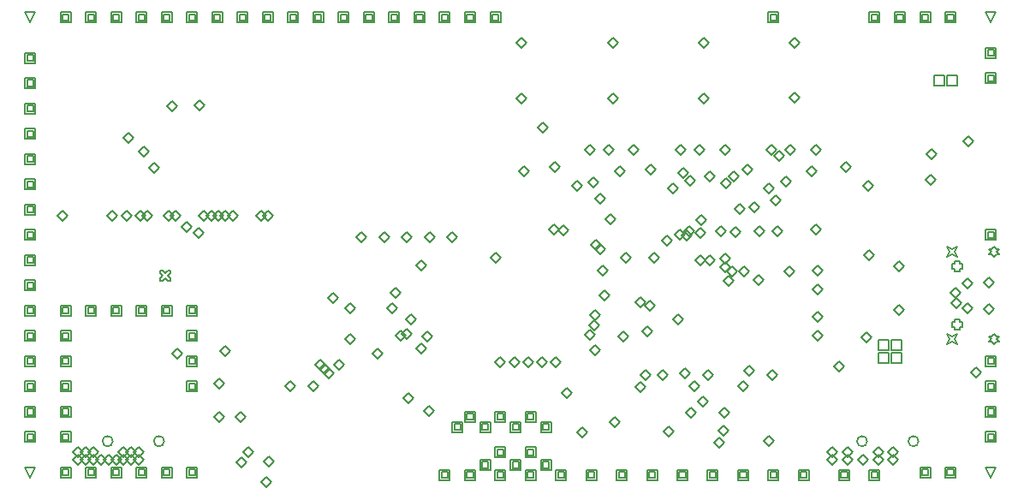
<source format=gbr>
%TF.GenerationSoftware,Altium Limited,Altium Designer,21.0.9 (235)*%
G04 Layer_Color=2752767*
%FSLAX45Y45*%
%MOMM*%
%TF.SameCoordinates,23D9C264-9E25-4532-ABEF-1D24AEF7D3CB*%
%TF.FilePolarity,Positive*%
%TF.FileFunction,Drawing*%
%TF.Part,Single*%
G01*
G75*
%TA.AperFunction,NonConductor*%
%ADD169C,0.12700*%
%ADD170C,0.16933*%
D169*
X8635700Y1462700D02*
Y1564300D01*
X8737300D01*
Y1462700D01*
X8635700D01*
X8762700D02*
Y1564300D01*
X8864300D01*
Y1462700D01*
X8762700D01*
X8635700Y1335700D02*
Y1437300D01*
X8737300D01*
Y1335700D01*
X8635700D01*
X8762700D02*
Y1437300D01*
X8864300D01*
Y1335700D01*
X8762700D01*
X9312700Y4074200D02*
Y4175800D01*
X9414300D01*
Y4074200D01*
X9312700D01*
X9185700D02*
Y4175800D01*
X9287300D01*
Y4074200D01*
X9185700D01*
X250000Y199200D02*
X199200Y300800D01*
X300800D01*
X250000Y199200D01*
X9750000D02*
X9699200Y300800D01*
X9800800D01*
X9750000Y199200D01*
Y4699200D02*
X9699200Y4800800D01*
X9800800D01*
X9750000Y4699200D01*
X250000D02*
X199200Y4800800D01*
X300800D01*
X250000Y4699200D01*
X9782000Y1517200D02*
X9807400Y1542600D01*
X9832800D01*
X9807400Y1568000D01*
X9832800Y1593400D01*
X9807400D01*
X9782000Y1618800D01*
X9756600Y1593400D01*
X9731200D01*
X9756600Y1568000D01*
X9731200Y1542600D01*
X9756600D01*
X9782000Y1517200D01*
X9313200Y2381200D02*
X9338600Y2432000D01*
X9313200Y2482800D01*
X9364000Y2457400D01*
X9414800Y2482800D01*
X9389400Y2432000D01*
X9414800Y2381200D01*
X9364000Y2406600D01*
X9313200Y2381200D01*
Y1517200D02*
X9338600Y1568000D01*
X9313200Y1618800D01*
X9364000Y1593400D01*
X9414800Y1618800D01*
X9389400Y1568000D01*
X9414800Y1517200D01*
X9364000Y1542600D01*
X9313200Y1517200D01*
X9782000Y2381200D02*
X9807400Y2406600D01*
X9832800D01*
X9807400Y2432000D01*
X9832800Y2457400D01*
X9807400D01*
X9782000Y2482800D01*
X9756600Y2457400D01*
X9731200D01*
X9756600Y2432000D01*
X9731200Y2406600D01*
X9756600D01*
X9782000Y2381200D01*
X9391600Y2263600D02*
Y2238200D01*
X9442400D01*
Y2263600D01*
X9467800D01*
Y2314400D01*
X9442400D01*
Y2339800D01*
X9391600D01*
Y2314400D01*
X9366200D01*
Y2263600D01*
X9391600D01*
Y1685600D02*
Y1660200D01*
X9442400D01*
Y1685600D01*
X9467800D01*
Y1736400D01*
X9442400D01*
Y1761800D01*
X9391600D01*
Y1736400D01*
X9366200D01*
Y1685600D01*
X9391600D01*
X1533700Y2146800D02*
X1559100D01*
X1584500Y2172200D01*
X1609900Y2146800D01*
X1635300D01*
Y2172200D01*
X1609900Y2197600D01*
X1635300Y2223000D01*
Y2248400D01*
X1609900D01*
X1584500Y2223000D01*
X1559100Y2248400D01*
X1533700D01*
Y2223000D01*
X1559100Y2197600D01*
X1533700Y2172200D01*
Y2146800D01*
X7104380Y2141220D02*
X7155180Y2192020D01*
X7205980Y2141220D01*
X7155180Y2090420D01*
X7104380Y2141220D01*
X9107380Y3146000D02*
X9158180Y3196800D01*
X9208980Y3146000D01*
X9158180Y3095200D01*
X9107380Y3146000D01*
X9109500Y3400000D02*
X9160300Y3450800D01*
X9211100Y3400000D01*
X9160300Y3349200D01*
X9109500Y3400000D01*
X9480340Y3527000D02*
X9531140Y3577800D01*
X9581940Y3527000D01*
X9531140Y3476200D01*
X9480340Y3527000D01*
X8465820Y1590040D02*
X8516620Y1640840D01*
X8567420Y1590040D01*
X8516620Y1539240D01*
X8465820Y1590040D01*
X4299200Y174200D02*
Y275800D01*
X4400800D01*
Y174200D01*
X4299200D01*
X4319520Y194520D02*
Y255480D01*
X4380480D01*
Y194520D01*
X4319520D01*
X4424200Y649200D02*
Y750800D01*
X4525800D01*
Y649200D01*
X4424200D01*
X4444520Y669520D02*
Y730480D01*
X4505480D01*
Y669520D01*
X4444520D01*
X5299200Y649200D02*
Y750800D01*
X5400800D01*
Y649200D01*
X5299200D01*
X5319520Y669520D02*
Y730480D01*
X5380480D01*
Y669520D01*
X5319520D01*
X5299200Y274200D02*
Y375800D01*
X5400800D01*
Y274200D01*
X5299200D01*
X5319520Y294520D02*
Y355480D01*
X5380480D01*
Y294520D01*
X5319520D01*
X4999200Y274200D02*
Y375800D01*
X5100800D01*
Y274200D01*
X4999200D01*
X5019520Y294520D02*
Y355480D01*
X5080480D01*
Y294520D01*
X5019520D01*
X4699200Y274200D02*
Y375800D01*
X4800800D01*
Y274200D01*
X4699200D01*
X4719520Y294520D02*
Y355480D01*
X4780480D01*
Y294520D01*
X4719520D01*
X4999200Y649200D02*
Y750800D01*
X5100800D01*
Y649200D01*
X4999200D01*
X5019520Y669520D02*
Y730480D01*
X5080480D01*
Y669520D01*
X5019520D01*
X4699200Y649200D02*
Y750800D01*
X4800800D01*
Y649200D01*
X4699200D01*
X4719520Y669520D02*
Y730480D01*
X4780480D01*
Y669520D01*
X4719520D01*
X4849200Y399200D02*
Y500800D01*
X4950800D01*
Y399200D01*
X4849200D01*
X4869520Y419520D02*
Y480480D01*
X4930480D01*
Y419520D01*
X4869520D01*
X5149200Y399200D02*
Y500800D01*
X5250800D01*
Y399200D01*
X5149200D01*
X5169520Y419520D02*
Y480480D01*
X5230480D01*
Y419520D01*
X5169520D01*
X5149200Y749200D02*
Y850800D01*
X5250800D01*
Y749200D01*
X5149200D01*
X5169520Y769520D02*
Y830480D01*
X5230480D01*
Y769520D01*
X5169520D01*
X4849200Y749200D02*
Y850800D01*
X4950800D01*
Y749200D01*
X4849200D01*
X4869520Y769520D02*
Y830480D01*
X4930480D01*
Y769520D01*
X4869520D01*
X4549200Y749200D02*
Y850800D01*
X4650800D01*
Y749200D01*
X4549200D01*
X4569520Y769520D02*
Y830480D01*
X4630480D01*
Y769520D01*
X4569520D01*
X8482140Y3082500D02*
X8532940Y3133300D01*
X8583740Y3082500D01*
X8532940Y3031700D01*
X8482140Y3082500D01*
X7505040Y3057500D02*
X7555840Y3108300D01*
X7606640Y3057500D01*
X7555840Y3006700D01*
X7505040Y3057500D01*
X7152640Y3180080D02*
X7203440Y3230880D01*
X7254240Y3180080D01*
X7203440Y3129280D01*
X7152640Y3180080D01*
X6555080Y3057500D02*
X6605880Y3108300D01*
X6656680Y3057500D01*
X6605880Y3006700D01*
X6555080Y3057500D01*
X5606700Y3082500D02*
X5657500Y3133300D01*
X5708300Y3082500D01*
X5657500Y3031700D01*
X5606700Y3082500D01*
X8199200Y1300000D02*
X8250000Y1350800D01*
X8300800Y1300000D01*
X8250000Y1249200D01*
X8199200Y1300000D01*
X8549200Y174200D02*
Y275800D01*
X8650800D01*
Y174200D01*
X8549200D01*
X8569520Y194520D02*
Y255480D01*
X8630480D01*
Y194520D01*
X8569520D01*
X8249200Y174200D02*
Y275800D01*
X8350800D01*
Y174200D01*
X8249200D01*
X8269520Y194520D02*
Y255480D01*
X8330480D01*
Y194520D01*
X8269520D01*
X8134200Y450000D02*
X8185000Y500800D01*
X8235800Y450000D01*
X8185000Y399200D01*
X8134200Y450000D01*
X8284200D02*
X8335000Y500800D01*
X8385800Y450000D01*
X8335000Y399200D01*
X8284200Y450000D01*
X8134200Y375000D02*
X8185000Y425800D01*
X8235800Y375000D01*
X8185000Y324200D01*
X8134200Y375000D01*
X8284200D02*
X8335000Y425800D01*
X8385800Y375000D01*
X8335000Y324200D01*
X8284200Y375000D01*
X8434200D02*
X8485000Y425800D01*
X8535800Y375000D01*
X8485000Y324200D01*
X8434200Y375000D01*
X8584200D02*
X8635000Y425800D01*
X8685800Y375000D01*
X8635000Y324200D01*
X8584200Y375000D01*
X8734200Y450000D02*
X8785000Y500800D01*
X8835800Y450000D01*
X8785000Y399200D01*
X8734200Y450000D01*
X8584200D02*
X8635000Y500800D01*
X8685800Y450000D01*
X8635000Y399200D01*
X8584200Y450000D01*
X8734200Y375000D02*
X8785000Y425800D01*
X8835800Y375000D01*
X8785000Y324200D01*
X8734200Y375000D01*
X1274200D02*
X1325000Y425800D01*
X1375800Y375000D01*
X1325000Y324200D01*
X1274200Y375000D01*
X1124200Y450000D02*
X1175000Y500800D01*
X1225800Y450000D01*
X1175000Y399200D01*
X1124200Y450000D01*
X1199200D02*
X1250000Y500800D01*
X1300800Y450000D01*
X1250000Y399200D01*
X1199200Y450000D01*
X1274200D02*
X1325000Y500800D01*
X1375800Y450000D01*
X1325000Y399200D01*
X1274200Y450000D01*
X1199200Y375000D02*
X1250000Y425800D01*
X1300800Y375000D01*
X1250000Y324200D01*
X1199200Y375000D01*
X1124200D02*
X1175000Y425800D01*
X1225800Y375000D01*
X1175000Y324200D01*
X1124200Y375000D01*
X1049200D02*
X1100000Y425800D01*
X1150800Y375000D01*
X1100000Y324200D01*
X1049200Y375000D01*
X974200D02*
X1025000Y425800D01*
X1075800Y375000D01*
X1025000Y324200D01*
X974200Y375000D01*
X899200D02*
X950000Y425800D01*
X1000800Y375000D01*
X950000Y324200D01*
X899200Y375000D01*
X824200D02*
X875000Y425800D01*
X925800Y375000D01*
X875000Y324200D01*
X824200Y375000D01*
X749200D02*
X800000Y425800D01*
X850800Y375000D01*
X800000Y324200D01*
X749200Y375000D01*
X674200D02*
X725000Y425800D01*
X775800Y375000D01*
X725000Y324200D01*
X674200Y375000D01*
X824200Y450000D02*
X875000Y500800D01*
X925800Y450000D01*
X875000Y399200D01*
X824200Y450000D01*
X749200D02*
X800000Y500800D01*
X850800Y450000D01*
X800000Y399200D01*
X749200Y450000D01*
X674200D02*
X725000Y500800D01*
X775800Y450000D01*
X725000Y399200D01*
X674200Y450000D01*
X2276700Y800000D02*
X2327500Y850800D01*
X2378300Y800000D01*
X2327500Y749200D01*
X2276700Y800000D01*
X2071700D02*
X2122500Y850800D01*
X2173300Y800000D01*
X2122500Y749200D01*
X2071700Y800000D01*
X7609200Y3380000D02*
X7660000Y3430800D01*
X7710800Y3380000D01*
X7660000Y3329200D01*
X7609200Y3380000D01*
X8491700Y2397500D02*
X8542500Y2448300D01*
X8593300Y2397500D01*
X8542500Y2346700D01*
X8491700Y2397500D01*
X5839200Y2957500D02*
X5890000Y3008300D01*
X5940800Y2957500D01*
X5890000Y2906700D01*
X5839200Y2957500D01*
X5941700Y2755000D02*
X5992500Y2805800D01*
X6043300Y2755000D01*
X5992500Y2704200D01*
X5941700Y2755000D01*
X1174200Y3557500D02*
X1225000Y3608300D01*
X1275800Y3557500D01*
X1225000Y3506700D01*
X1174200Y3557500D01*
X1321700Y3420000D02*
X1372500Y3470800D01*
X1423300Y3420000D01*
X1372500Y3369200D01*
X1321700Y3420000D01*
X1874200Y3877500D02*
X1925000Y3928300D01*
X1975800Y3877500D01*
X1925000Y3826700D01*
X1874200Y3877500D01*
X1599200Y3875000D02*
X1650000Y3925800D01*
X1700800Y3875000D01*
X1650000Y3824200D01*
X1599200Y3875000D01*
X7012300Y546900D02*
X7063100Y597700D01*
X7113900Y546900D01*
X7063100Y496100D01*
X7012300Y546900D01*
X7506700Y560000D02*
X7557500Y610800D01*
X7608300Y560000D01*
X7557500Y509200D01*
X7506700Y560000D01*
X7309169Y1256446D02*
X7359969Y1307246D01*
X7410769Y1256446D01*
X7359969Y1205646D01*
X7309169Y1256446D01*
X6836700Y2747500D02*
X6887500Y2798300D01*
X6938300Y2747500D01*
X6887500Y2696700D01*
X6836700Y2747500D01*
X6688389Y2590458D02*
X6739189Y2641258D01*
X6789989Y2590458D01*
X6739189Y2539658D01*
X6688389Y2590458D01*
X6624200Y2601510D02*
X6675000Y2652310D01*
X6725800Y2601510D01*
X6675000Y2550710D01*
X6624200Y2601510D01*
X6089200Y2372500D02*
X6140000Y2423300D01*
X6190800Y2372500D01*
X6140000Y2321700D01*
X6089200Y2372500D01*
X5876700Y2000000D02*
X5927500Y2050800D01*
X5978300Y2000000D01*
X5927500Y1949200D01*
X5876700Y2000000D01*
X5509402Y1032500D02*
X5560202Y1083300D01*
X5611002Y1032500D01*
X5560202Y981700D01*
X5509402Y1032500D01*
X6906702Y1210203D02*
X6957502Y1261003D01*
X7008302Y1210203D01*
X6957502Y1159403D01*
X6906702Y1210203D01*
X9554200Y1235202D02*
X9605000Y1286002D01*
X9655800Y1235202D01*
X9605000Y1184402D01*
X9554200Y1235202D01*
X8791702Y1860205D02*
X8842502Y1911005D01*
X8893302Y1860205D01*
X8842502Y1809405D01*
X8791702Y1860205D01*
Y2289800D02*
X8842502Y2340600D01*
X8893302Y2289800D01*
X8842502Y2239000D01*
X8791702Y2289800D01*
X7969199Y3439800D02*
X8019999Y3490600D01*
X8070799Y3439800D01*
X8019999Y3389000D01*
X7969199Y3439800D01*
X7716698D02*
X7767498Y3490600D01*
X7818298Y3439800D01*
X7767498Y3389000D01*
X7716698Y3439800D01*
X7531699D02*
X7582499Y3490600D01*
X7633299Y3439800D01*
X7582499Y3389000D01*
X7531699Y3439800D01*
X7069201D02*
X7120001Y3490600D01*
X7170801Y3439800D01*
X7120001Y3389000D01*
X7069201Y3439800D01*
X6816700D02*
X6867500Y3490600D01*
X6918300Y3439800D01*
X6867500Y3389000D01*
X6816700Y3439800D01*
X6631701D02*
X6682501Y3490600D01*
X6733301Y3439800D01*
X6682501Y3389000D01*
X6631701Y3439800D01*
X6169198D02*
X6219998Y3490600D01*
X6270798Y3439800D01*
X6219998Y3389000D01*
X6169198Y3439800D01*
X5916701D02*
X5967501Y3490600D01*
X6018301Y3439800D01*
X5967501Y3389000D01*
X5916701Y3439800D01*
X5731698D02*
X5782498Y3490600D01*
X5833298Y3439800D01*
X5782498Y3389000D01*
X5731698Y3439800D01*
X5269200Y3660201D02*
X5320000Y3711001D01*
X5370800Y3660201D01*
X5320000Y3609401D01*
X5269200Y3660201D01*
X5079202Y3227299D02*
X5130002Y3278099D01*
X5180802Y3227299D01*
X5130002Y3176499D01*
X5079202Y3227299D01*
X5388997Y3267502D02*
X5439797Y3318302D01*
X5490597Y3267502D01*
X5439797Y3216702D01*
X5388997Y3267502D01*
X6029198Y3227299D02*
X6079998Y3278099D01*
X6130798Y3227299D01*
X6079998Y3176499D01*
X6029198Y3227299D01*
X6338996Y3242502D02*
X6389796Y3293302D01*
X6440596Y3242502D01*
X6389796Y3191702D01*
X6338996Y3242502D01*
X6659199Y3209798D02*
X6709999Y3260598D01*
X6760799Y3209798D01*
X6709999Y3158998D01*
X6659199Y3209798D01*
X7289000Y3242502D02*
X7339800Y3293302D01*
X7390600Y3242502D01*
X7339800Y3191702D01*
X7289000Y3242502D01*
X7929199Y3227299D02*
X7979999Y3278099D01*
X8030799Y3227299D01*
X7979999Y3176499D01*
X7929199Y3227299D01*
X8263999Y3267502D02*
X8314799Y3318302D01*
X8365599Y3267502D01*
X8314799Y3216702D01*
X8263999Y3267502D01*
X7971622Y2654899D02*
X8022422Y2705699D01*
X8073222Y2654899D01*
X8022422Y2604099D01*
X7971622Y2654899D01*
X6676300Y1227500D02*
X6727100Y1278300D01*
X6777900Y1227500D01*
X6727100Y1176700D01*
X6676300Y1227500D01*
X6764200Y1100000D02*
X6815000Y1150800D01*
X6865800Y1100000D01*
X6815000Y1049200D01*
X6764200Y1100000D01*
X7251700D02*
X7302500Y1150800D01*
X7353300Y1100000D01*
X7302500Y1049200D01*
X7251700Y1100000D01*
X5981497Y750001D02*
X6032297Y800801D01*
X6083097Y750001D01*
X6032297Y699201D01*
X5981497Y750001D01*
X5734401Y1607500D02*
X5785201Y1658300D01*
X5836001Y1607500D01*
X5785201Y1556700D01*
X5734401Y1607500D01*
X5859404Y2242500D02*
X5910204Y2293300D01*
X5961004Y2242500D01*
X5910204Y2191700D01*
X5859404Y2242500D01*
X7541702Y1210203D02*
X7592502Y1261003D01*
X7643302Y1210203D01*
X7592502Y1159403D01*
X7541702Y1210203D01*
X6456700D02*
X6507500Y1261003D01*
X6558300Y1210203D01*
X6507500Y1159403D01*
X6456700Y1210203D01*
X7216699Y2860203D02*
X7267499Y2911003D01*
X7318299Y2860203D01*
X7267499Y2809403D01*
X7216699Y2860203D01*
X7031700Y2639797D02*
X7082500Y2690597D01*
X7133300Y2639797D01*
X7082500Y2588997D01*
X7031700Y2639797D01*
X7591699D02*
X7642499Y2690597D01*
X7693299Y2639797D01*
X7642499Y2588997D01*
X7591699Y2639797D01*
X7406701D02*
X7457501Y2690597D01*
X7508301Y2639797D01*
X7457501Y2588997D01*
X7406701Y2639797D01*
X5781700Y1460200D02*
X5832500Y1511000D01*
X5883300Y1460200D01*
X5832500Y1409400D01*
X5781700Y1460200D01*
X6734404Y842498D02*
X6785204Y893298D01*
X6836004Y842498D01*
X6785204Y791698D01*
X6734404Y842498D01*
X6513998Y657499D02*
X6564798Y708299D01*
X6615598Y657499D01*
X6564798Y606699D01*
X6513998Y657499D01*
X5789000Y1805000D02*
X5839800Y1855800D01*
X5890600Y1805000D01*
X5839800Y1754200D01*
X5789000Y1805000D01*
X6063996Y1594998D02*
X6114796Y1645798D01*
X6165596Y1594998D01*
X6114796Y1544198D01*
X6063996Y1594998D01*
X5659404Y645003D02*
X5710204Y695803D01*
X5761004Y645003D01*
X5710204Y594203D01*
X5659404Y645003D01*
X7986700Y1602500D02*
X8037500Y1653300D01*
X8088300Y1602500D01*
X8037500Y1551700D01*
X7986700Y1602500D01*
Y1792500D02*
X8037500Y1843300D01*
X8088300Y1792500D01*
X8037500Y1741700D01*
X7986700Y1792500D01*
X7706700Y2237500D02*
X7757500Y2288300D01*
X7808300Y2237500D01*
X7757500Y2186700D01*
X7706700Y2237500D01*
X7986700Y2057500D02*
X8037500Y2108300D01*
X8088300Y2057500D01*
X8037500Y2006700D01*
X7986700Y2057500D01*
Y2242500D02*
X8037500Y2293300D01*
X8088300Y2242500D01*
X8037500Y2191700D01*
X7986700Y2242500D01*
X3860800Y1600200D02*
X3911600Y1651000D01*
X3962400Y1600200D01*
X3911600Y1549400D01*
X3860800Y1600200D01*
X3814170Y2029460D02*
X3864970Y2080260D01*
X3915770Y2029460D01*
X3864970Y1978660D01*
X3814170Y2029460D01*
X1427480Y3258820D02*
X1478280Y3309620D01*
X1529080Y3258820D01*
X1478280Y3208020D01*
X1427480Y3258820D01*
X6822440Y2347870D02*
X6873240Y2398670D01*
X6924040Y2347870D01*
X6873240Y2297070D01*
X6822440Y2347870D01*
X5796280Y2500270D02*
X5847080Y2551070D01*
X5897880Y2500270D01*
X5847080Y2449470D01*
X5796280Y2500270D01*
X5839460Y2458720D02*
X5890260Y2509520D01*
X5941060Y2458720D01*
X5890260Y2407920D01*
X5839460Y2458720D01*
X6921500Y2346960D02*
X6972300Y2397760D01*
X7023100Y2346960D01*
X6972300Y2296160D01*
X6921500Y2346960D01*
X6237299Y1091259D02*
X6288099Y1142059D01*
X6338899Y1091259D01*
X6288099Y1040459D01*
X6237299Y1091259D01*
X6286500Y1216660D02*
X6337300Y1267460D01*
X6388100Y1216660D01*
X6337300Y1165860D01*
X6286500Y1216660D01*
X6604000Y1765300D02*
X6654800Y1816100D01*
X6705600Y1765300D01*
X6654800Y1714500D01*
X6604000Y1765300D01*
X6723380Y3131820D02*
X6774180Y3182620D01*
X6824980Y3131820D01*
X6774180Y3081020D01*
X6723380Y3131820D01*
X5768340Y3119120D02*
X5819140Y3169920D01*
X5869940Y3119120D01*
X5819140Y3068320D01*
X5768340Y3119120D01*
X6372860Y2374900D02*
X6423660Y2425700D01*
X6474460Y2374900D01*
X6423660Y2324100D01*
X6372860Y2374900D01*
X6499860Y2545080D02*
X6550660Y2595880D01*
X6601460Y2545080D01*
X6550660Y2494280D01*
X6499860Y2545080D01*
X6718300Y2639800D02*
X6769100Y2690600D01*
X6819900Y2639800D01*
X6769100Y2589000D01*
X6718300Y2639800D01*
X5470861Y2646320D02*
X5521661Y2697120D01*
X5572461Y2646320D01*
X5521661Y2595520D01*
X5470861Y2646320D01*
X7076440Y3106420D02*
X7127240Y3157220D01*
X7178040Y3106420D01*
X7127240Y3055620D01*
X7076440Y3106420D01*
X7673340Y3130910D02*
X7724140Y3181710D01*
X7774940Y3130910D01*
X7724140Y3080110D01*
X7673340Y3130910D01*
X6824980Y2616200D02*
X6875780Y2667000D01*
X6926580Y2616200D01*
X6875780Y2565400D01*
X6824980Y2616200D01*
X7574280Y2938780D02*
X7625080Y2989580D01*
X7675880Y2938780D01*
X7625080Y2887980D01*
X7574280Y2938780D01*
X7175500Y2628900D02*
X7226300Y2679700D01*
X7277100Y2628900D01*
X7226300Y2578100D01*
X7175500Y2628900D01*
X7355840Y2872740D02*
X7406640Y2923540D01*
X7457440Y2872740D01*
X7406640Y2821940D01*
X7355840Y2872740D01*
X7073900Y2362200D02*
X7124700Y2413000D01*
X7175500Y2362200D01*
X7124700Y2311400D01*
X7073900Y2362200D01*
X7404598Y2149963D02*
X7455398Y2200763D01*
X7506198Y2149963D01*
X7455398Y2099163D01*
X7404598Y2149963D01*
X7071360Y2279460D02*
X7122160Y2330260D01*
X7172960Y2279460D01*
X7122160Y2228660D01*
X7071360Y2279460D01*
X7256780Y2237740D02*
X7307580Y2288540D01*
X7358380Y2237740D01*
X7307580Y2186940D01*
X7256780Y2237740D01*
X7137230Y2237910D02*
X7188030Y2288710D01*
X7238830Y2237910D01*
X7188030Y2187110D01*
X7137230Y2237910D01*
X6327510Y1899550D02*
X6378310Y1950350D01*
X6429110Y1899550D01*
X6378310Y1848750D01*
X6327510Y1899550D01*
X6233160Y1930400D02*
X6283960Y1981200D01*
X6334760Y1930400D01*
X6283960Y1879600D01*
X6233160Y1930400D01*
X6921500Y3180080D02*
X6972300Y3230880D01*
X7023100Y3180080D01*
X6972300Y3129280D01*
X6921500Y3180080D01*
X9680000Y1869440D02*
X9730800Y1920240D01*
X9781600Y1869440D01*
X9730800Y1818640D01*
X9680000Y1869440D01*
X9681148Y2124338D02*
X9731948Y2175138D01*
X9782748Y2124338D01*
X9731948Y2073538D01*
X9681148Y2124338D01*
X9464040Y2120900D02*
X9514840Y2171700D01*
X9565640Y2120900D01*
X9514840Y2070100D01*
X9464040Y2120900D01*
X6304280Y1648460D02*
X6355080Y1699260D01*
X6405880Y1648460D01*
X6355080Y1597660D01*
X6304280Y1648460D01*
X5773420Y1701800D02*
X5824220Y1752600D01*
X5875020Y1701800D01*
X5824220Y1651000D01*
X5773420Y1701800D01*
X4122730Y1592270D02*
X4173530Y1643070D01*
X4224330Y1592270D01*
X4173530Y1541470D01*
X4122730Y1592270D01*
X7066280Y840740D02*
X7117080Y891540D01*
X7167880Y840740D01*
X7117080Y789940D01*
X7066280Y840740D01*
X7056120Y660400D02*
X7106920Y711200D01*
X7157720Y660400D01*
X7106920Y609600D01*
X7056120Y660400D01*
X3254899Y1315000D02*
X3305699Y1365800D01*
X3356499Y1315000D01*
X3305699Y1264200D01*
X3254899Y1315000D01*
X9699200Y1049200D02*
Y1150800D01*
X9800800D01*
Y1049200D01*
X9699200D01*
X9719520Y1069520D02*
Y1130480D01*
X9780480D01*
Y1069520D01*
X9719520D01*
X9699200Y799200D02*
Y900800D01*
X9800800D01*
Y799200D01*
X9699200D01*
X9719520Y819520D02*
Y880480D01*
X9780480D01*
Y819520D01*
X9719520D01*
X9699200Y549200D02*
Y650800D01*
X9800800D01*
Y549200D01*
X9699200D01*
X9719520Y569520D02*
Y630480D01*
X9780480D01*
Y569520D01*
X9719520D01*
X9049200Y199200D02*
Y300800D01*
X9150800D01*
Y199200D01*
X9049200D01*
X9069520Y219520D02*
Y280480D01*
X9130480D01*
Y219520D01*
X9069520D01*
X9299200Y199200D02*
Y300800D01*
X9400800D01*
Y199200D01*
X9299200D01*
X9319520Y219520D02*
Y280480D01*
X9380480D01*
Y219520D01*
X9319520D01*
X9699200Y1299200D02*
Y1400800D01*
X9800800D01*
Y1299200D01*
X9699200D01*
X9719520Y1319520D02*
Y1380480D01*
X9780480D01*
Y1319520D01*
X9719520D01*
X9699200Y2549200D02*
Y2650800D01*
X9800800D01*
Y2549200D01*
X9699200D01*
X9719520Y2569520D02*
Y2630480D01*
X9780480D01*
Y2569520D01*
X9719520D01*
X9699200Y4099200D02*
Y4200800D01*
X9800800D01*
Y4099200D01*
X9699200D01*
X9719520Y4119520D02*
Y4180480D01*
X9780480D01*
Y4119520D01*
X9719520D01*
X9699200Y4349200D02*
Y4450800D01*
X9800800D01*
Y4349200D01*
X9699200D01*
X9719520Y4369520D02*
Y4430480D01*
X9780480D01*
Y4369520D01*
X9719520D01*
X1799200Y1049200D02*
Y1150800D01*
X1900800D01*
Y1049200D01*
X1799200D01*
X1819520Y1069520D02*
Y1130480D01*
X1880480D01*
Y1069520D01*
X1819520D01*
X1799200Y1299200D02*
Y1400800D01*
X1900800D01*
Y1299200D01*
X1799200D01*
X1819520Y1319520D02*
Y1380480D01*
X1880480D01*
Y1319520D01*
X1819520D01*
X1799200Y1549200D02*
Y1650800D01*
X1900800D01*
Y1549200D01*
X1799200D01*
X1819520Y1569520D02*
Y1630480D01*
X1880480D01*
Y1569520D01*
X1819520D01*
X1799200Y1799200D02*
Y1900800D01*
X1900800D01*
Y1799200D01*
X1799200D01*
X1819520Y1819520D02*
Y1880480D01*
X1880480D01*
Y1819520D01*
X1819520D01*
X1549200Y1799200D02*
Y1900800D01*
X1650800D01*
Y1799200D01*
X1549200D01*
X1569520Y1819520D02*
Y1880480D01*
X1630480D01*
Y1819520D01*
X1569520D01*
X1299200Y1799200D02*
Y1900800D01*
X1400800D01*
Y1799200D01*
X1299200D01*
X1319520Y1819520D02*
Y1880480D01*
X1380480D01*
Y1819520D01*
X1319520D01*
X1049200Y1799200D02*
Y1900800D01*
X1150800D01*
Y1799200D01*
X1049200D01*
X1069520Y1819520D02*
Y1880480D01*
X1130480D01*
Y1819520D01*
X1069520D01*
X799200Y1799200D02*
Y1900800D01*
X900800D01*
Y1799200D01*
X799200D01*
X819520Y1819520D02*
Y1880480D01*
X880480D01*
Y1819520D01*
X819520D01*
X549200Y1799200D02*
Y1900800D01*
X650800D01*
Y1799200D01*
X549200D01*
X569520Y1819520D02*
Y1880480D01*
X630480D01*
Y1819520D01*
X569520D01*
X549200Y1549200D02*
Y1650800D01*
X650800D01*
Y1549200D01*
X549200D01*
X569520Y1569520D02*
Y1630480D01*
X630480D01*
Y1569520D01*
X569520D01*
X549200Y1299200D02*
Y1400800D01*
X650800D01*
Y1299200D01*
X549200D01*
X569520Y1319520D02*
Y1380480D01*
X630480D01*
Y1319520D01*
X569520D01*
X549200Y1049200D02*
Y1150800D01*
X650800D01*
Y1049200D01*
X549200D01*
X569520Y1069520D02*
Y1130480D01*
X630480D01*
Y1069520D01*
X569520D01*
X549200Y799200D02*
Y900800D01*
X650800D01*
Y799200D01*
X549200D01*
X569520Y819520D02*
Y880480D01*
X630480D01*
Y819520D01*
X569520D01*
X549200Y549200D02*
Y650800D01*
X650800D01*
Y549200D01*
X549200D01*
X569520Y569520D02*
Y630480D01*
X630480D01*
Y569520D01*
X569520D01*
X549200Y199200D02*
Y300800D01*
X650800D01*
Y199200D01*
X549200D01*
X569520Y219520D02*
Y280480D01*
X630480D01*
Y219520D01*
X569520D01*
X799200Y199200D02*
Y300800D01*
X900800D01*
Y199200D01*
X799200D01*
X819520Y219520D02*
Y280480D01*
X880480D01*
Y219520D01*
X819520D01*
X1049200Y199200D02*
Y300800D01*
X1150800D01*
Y199200D01*
X1049200D01*
X1069520Y219520D02*
Y280480D01*
X1130480D01*
Y219520D01*
X1069520D01*
X1299200Y199200D02*
Y300800D01*
X1400800D01*
Y199200D01*
X1299200D01*
X1319520Y219520D02*
Y280480D01*
X1380480D01*
Y219520D01*
X1319520D01*
X1549200Y199200D02*
Y300800D01*
X1650800D01*
Y199200D01*
X1549200D01*
X1569520Y219520D02*
Y280480D01*
X1630480D01*
Y219520D01*
X1569520D01*
X1799200Y199200D02*
Y300800D01*
X1900800D01*
Y199200D01*
X1799200D01*
X1819520Y219520D02*
Y280480D01*
X1880480D01*
Y219520D01*
X1819520D01*
X8549200Y4699200D02*
Y4800800D01*
X8650800D01*
Y4699200D01*
X8549200D01*
X8569520Y4719520D02*
Y4780480D01*
X8630480D01*
Y4719520D01*
X8569520D01*
X8799200Y4699200D02*
Y4800800D01*
X8900800D01*
Y4699200D01*
X8799200D01*
X8819520Y4719520D02*
Y4780480D01*
X8880480D01*
Y4719520D01*
X8819520D01*
X9049200Y4699200D02*
Y4800800D01*
X9150800D01*
Y4699200D01*
X9049200D01*
X9069520Y4719520D02*
Y4780480D01*
X9130480D01*
Y4719520D01*
X9069520D01*
X9299200Y4699200D02*
Y4800800D01*
X9400800D01*
Y4699200D01*
X9299200D01*
X9319520Y4719520D02*
Y4780480D01*
X9380480D01*
Y4719520D01*
X9319520D01*
X4549200Y4699200D02*
Y4800800D01*
X4650800D01*
Y4699200D01*
X4549200D01*
X4569520Y4719520D02*
Y4780480D01*
X4630480D01*
Y4719520D01*
X4569520D01*
X4799200Y4699200D02*
Y4800800D01*
X4900800D01*
Y4699200D01*
X4799200D01*
X4819520Y4719520D02*
Y4780480D01*
X4880480D01*
Y4719520D01*
X4819520D01*
X7549200Y4699200D02*
Y4800800D01*
X7650800D01*
Y4699200D01*
X7549200D01*
X7569520Y4719520D02*
Y4780480D01*
X7630480D01*
Y4719520D01*
X7569520D01*
X549200Y4699200D02*
Y4800800D01*
X650800D01*
Y4699200D01*
X549200D01*
X569520Y4719520D02*
Y4780480D01*
X630480D01*
Y4719520D01*
X569520D01*
X799200Y4699200D02*
Y4800800D01*
X900800D01*
Y4699200D01*
X799200D01*
X819520Y4719520D02*
Y4780480D01*
X880480D01*
Y4719520D01*
X819520D01*
X1049200Y4699200D02*
Y4800800D01*
X1150800D01*
Y4699200D01*
X1049200D01*
X1069520Y4719520D02*
Y4780480D01*
X1130480D01*
Y4719520D01*
X1069520D01*
X1299200Y4699200D02*
Y4800800D01*
X1400800D01*
Y4699200D01*
X1299200D01*
X1319520Y4719520D02*
Y4780480D01*
X1380480D01*
Y4719520D01*
X1319520D01*
X1549200Y4699200D02*
Y4800800D01*
X1650800D01*
Y4699200D01*
X1549200D01*
X1569520Y4719520D02*
Y4780480D01*
X1630480D01*
Y4719520D01*
X1569520D01*
X1799200Y4699200D02*
Y4800800D01*
X1900800D01*
Y4699200D01*
X1799200D01*
X1819520Y4719520D02*
Y4780480D01*
X1880480D01*
Y4719520D01*
X1819520D01*
X2049200Y4699200D02*
Y4800800D01*
X2150800D01*
Y4699200D01*
X2049200D01*
X2069520Y4719520D02*
Y4780480D01*
X2130480D01*
Y4719520D01*
X2069520D01*
X2299200Y4699200D02*
Y4800800D01*
X2400800D01*
Y4699200D01*
X2299200D01*
X2319520Y4719520D02*
Y4780480D01*
X2380480D01*
Y4719520D01*
X2319520D01*
X2549200Y4699200D02*
Y4800800D01*
X2650800D01*
Y4699200D01*
X2549200D01*
X2569520Y4719520D02*
Y4780480D01*
X2630480D01*
Y4719520D01*
X2569520D01*
X2799200Y4699200D02*
Y4800800D01*
X2900800D01*
Y4699200D01*
X2799200D01*
X2819520Y4719520D02*
Y4780480D01*
X2880480D01*
Y4719520D01*
X2819520D01*
X3049200Y4699200D02*
Y4800800D01*
X3150800D01*
Y4699200D01*
X3049200D01*
X3069520Y4719520D02*
Y4780480D01*
X3130480D01*
Y4719520D01*
X3069520D01*
X3299200Y4699200D02*
Y4800800D01*
X3400800D01*
Y4699200D01*
X3299200D01*
X3319520Y4719520D02*
Y4780480D01*
X3380480D01*
Y4719520D01*
X3319520D01*
X3549200Y4699200D02*
Y4800800D01*
X3650800D01*
Y4699200D01*
X3549200D01*
X3569520Y4719520D02*
Y4780480D01*
X3630480D01*
Y4719520D01*
X3569520D01*
X3799200Y4699200D02*
Y4800800D01*
X3900800D01*
Y4699200D01*
X3799200D01*
X3819520Y4719520D02*
Y4780480D01*
X3880480D01*
Y4719520D01*
X3819520D01*
X4049200Y4699200D02*
Y4800800D01*
X4150800D01*
Y4699200D01*
X4049200D01*
X4069520Y4719520D02*
Y4780480D01*
X4130480D01*
Y4719520D01*
X4069520D01*
X4299200Y4699200D02*
Y4800800D01*
X4400800D01*
Y4699200D01*
X4299200D01*
X4319520Y4719520D02*
Y4780480D01*
X4380480D01*
Y4719520D01*
X4319520D01*
X199200Y4299200D02*
Y4400800D01*
X300800D01*
Y4299200D01*
X199200D01*
X219520Y4319520D02*
Y4380480D01*
X280480D01*
Y4319520D01*
X219520D01*
X199200Y4049200D02*
Y4150800D01*
X300800D01*
Y4049200D01*
X199200D01*
X219520Y4069520D02*
Y4130480D01*
X280480D01*
Y4069520D01*
X219520D01*
X199200Y3799200D02*
Y3900800D01*
X300800D01*
Y3799200D01*
X199200D01*
X219520Y3819520D02*
Y3880480D01*
X280480D01*
Y3819520D01*
X219520D01*
X199200Y3549200D02*
Y3650800D01*
X300800D01*
Y3549200D01*
X199200D01*
X219520Y3569520D02*
Y3630480D01*
X280480D01*
Y3569520D01*
X219520D01*
X199200Y3299200D02*
Y3400800D01*
X300800D01*
Y3299200D01*
X199200D01*
X219520Y3319520D02*
Y3380480D01*
X280480D01*
Y3319520D01*
X219520D01*
X199200Y3049200D02*
Y3150800D01*
X300800D01*
Y3049200D01*
X199200D01*
X219520Y3069520D02*
Y3130480D01*
X280480D01*
Y3069520D01*
X219520D01*
X199200Y2799200D02*
Y2900800D01*
X300800D01*
Y2799200D01*
X199200D01*
X219520Y2819520D02*
Y2880480D01*
X280480D01*
Y2819520D01*
X219520D01*
X199200Y2549200D02*
Y2650800D01*
X300800D01*
Y2549200D01*
X199200D01*
X219520Y2569520D02*
Y2630480D01*
X280480D01*
Y2569520D01*
X219520D01*
X199200Y2299200D02*
Y2400800D01*
X300800D01*
Y2299200D01*
X199200D01*
X219520Y2319520D02*
Y2380480D01*
X280480D01*
Y2319520D01*
X219520D01*
X199200Y2049200D02*
Y2150800D01*
X300800D01*
Y2049200D01*
X199200D01*
X219520Y2069520D02*
Y2130480D01*
X280480D01*
Y2069520D01*
X219520D01*
X199200Y1799200D02*
Y1900800D01*
X300800D01*
Y1799200D01*
X199200D01*
X219520Y1819520D02*
Y1880480D01*
X280480D01*
Y1819520D01*
X219520D01*
X199200Y1549200D02*
Y1650800D01*
X300800D01*
Y1549200D01*
X199200D01*
X219520Y1569520D02*
Y1630480D01*
X280480D01*
Y1569520D01*
X219520D01*
X199200Y1299200D02*
Y1400800D01*
X300800D01*
Y1299200D01*
X199200D01*
X219520Y1319520D02*
Y1380480D01*
X280480D01*
Y1319520D01*
X219520D01*
X199200Y1049200D02*
Y1150800D01*
X300800D01*
Y1049200D01*
X199200D01*
X219520Y1069520D02*
Y1130480D01*
X280480D01*
Y1069520D01*
X219520D01*
X199200Y799200D02*
Y900800D01*
X300800D01*
Y799200D01*
X199200D01*
X219520Y819520D02*
Y880480D01*
X280480D01*
Y819520D01*
X219520D01*
X199200Y549200D02*
Y650800D01*
X300800D01*
Y549200D01*
X199200D01*
X219520Y569520D02*
Y630480D01*
X280480D01*
Y569520D01*
X219520D01*
X1649200Y1425000D02*
X1700000Y1475800D01*
X1750800Y1425000D01*
X1700000Y1374200D01*
X1649200Y1425000D01*
X4373880Y2575560D02*
X4424680Y2626360D01*
X4475480Y2575560D01*
X4424680Y2524760D01*
X4373880Y2575560D01*
X5377180Y2654300D02*
X5427980Y2705100D01*
X5478780Y2654300D01*
X5427980Y2603500D01*
X5377180Y2654300D01*
X3195320Y1978660D02*
X3246120Y2029460D01*
X3296920Y1978660D01*
X3246120Y1927860D01*
X3195320Y1978660D01*
X3154680Y1229360D02*
X3205480Y1280160D01*
X3256280Y1229360D01*
X3205480Y1178560D01*
X3154680Y1229360D01*
X4145280Y858520D02*
X4196080Y909320D01*
X4246880Y858520D01*
X4196080Y807720D01*
X4145280Y858520D01*
X3065383Y1318260D02*
X3116183Y1369060D01*
X3166983Y1318260D01*
X3116183Y1267460D01*
X3065383Y1318260D01*
X3111500Y1272540D02*
X3162300Y1323340D01*
X3213100Y1272540D01*
X3162300Y1221740D01*
X3111500Y1272540D01*
X2555240Y355600D02*
X2606040Y406400D01*
X2656840Y355600D01*
X2606040Y304800D01*
X2555240Y355600D01*
X3924200Y2575000D02*
X3975000Y2625800D01*
X4025800Y2575000D01*
X3975000Y2524200D01*
X3924200Y2575000D01*
X4149200D02*
X4200000Y2625800D01*
X4250800Y2575000D01*
X4200000Y2524200D01*
X4149200Y2575000D01*
X3699200D02*
X3750000Y2625800D01*
X3800800Y2575000D01*
X3750000Y2524200D01*
X3699200Y2575000D01*
X3474200D02*
X3525000Y2625800D01*
X3575800Y2575000D01*
X3525000Y2524200D01*
X3474200Y2575000D01*
X4549200Y174200D02*
Y275800D01*
X4650800D01*
Y174200D01*
X4549200D01*
X4569520Y194520D02*
Y255480D01*
X4630480D01*
Y194520D01*
X4569520D01*
X4849200Y174200D02*
Y275800D01*
X4950800D01*
Y174200D01*
X4849200D01*
X4869520Y194520D02*
Y255480D01*
X4930480D01*
Y194520D01*
X4869520D01*
X5149200Y174200D02*
Y275800D01*
X5250800D01*
Y174200D01*
X5149200D01*
X5169520Y194520D02*
Y255480D01*
X5230480D01*
Y194520D01*
X5169520D01*
X5449200Y174200D02*
Y275800D01*
X5550800D01*
Y174200D01*
X5449200D01*
X5469520Y194520D02*
Y255480D01*
X5530480D01*
Y194520D01*
X5469520D01*
X5749200Y174200D02*
Y275800D01*
X5850800D01*
Y174200D01*
X5749200D01*
X5769520Y194520D02*
Y255480D01*
X5830480D01*
Y194520D01*
X5769520D01*
X6049200Y174200D02*
Y275800D01*
X6150800D01*
Y174200D01*
X6049200D01*
X6069520Y194520D02*
Y255480D01*
X6130480D01*
Y194520D01*
X6069520D01*
X6349200Y174200D02*
Y275800D01*
X6450800D01*
Y174200D01*
X6349200D01*
X6369520Y194520D02*
Y255480D01*
X6430480D01*
Y194520D01*
X6369520D01*
X6649200Y174200D02*
Y275800D01*
X6750800D01*
Y174200D01*
X6649200D01*
X6669520Y194520D02*
Y255480D01*
X6730480D01*
Y194520D01*
X6669520D01*
X6949200Y174200D02*
Y275800D01*
X7050800D01*
Y174200D01*
X6949200D01*
X6969520Y194520D02*
Y255480D01*
X7030480D01*
Y194520D01*
X6969520D01*
X7249200Y174200D02*
Y275800D01*
X7350800D01*
Y174200D01*
X7249200D01*
X7269520Y194520D02*
Y255480D01*
X7330480D01*
Y194520D01*
X7269520D01*
X7549200Y174200D02*
Y275800D01*
X7650800D01*
Y174200D01*
X7549200D01*
X7569520Y194520D02*
Y255480D01*
X7630480D01*
Y194520D01*
X7569520D01*
X7849200Y174200D02*
Y275800D01*
X7950800D01*
Y174200D01*
X7849200D01*
X7869520Y194520D02*
Y255480D01*
X7930480D01*
Y194520D01*
X7869520D01*
X2291080Y353060D02*
X2341880Y403860D01*
X2392680Y353060D01*
X2341880Y302260D01*
X2291080Y353060D01*
X2359660Y449580D02*
X2410460Y500380D01*
X2461260Y449580D01*
X2410460Y398780D01*
X2359660Y449580D01*
X3632650Y1425200D02*
X3683450Y1476000D01*
X3734250Y1425200D01*
X3683450Y1374400D01*
X3632650Y1425200D01*
X5123180Y1338580D02*
X5173980Y1389380D01*
X5224780Y1338580D01*
X5173980Y1287780D01*
X5123180Y1338580D01*
X5260340D02*
X5311140Y1389380D01*
X5361940Y1338580D01*
X5311140Y1287780D01*
X5260340Y1338580D01*
X4986020D02*
X5036820Y1389380D01*
X5087620Y1338580D01*
X5036820Y1287780D01*
X4986020Y1338580D01*
X5397500D02*
X5448300Y1389380D01*
X5499100Y1338580D01*
X5448300Y1287780D01*
X5397500Y1338580D01*
X4848860D02*
X4899660Y1389380D01*
X4950460Y1338580D01*
X4899660Y1287780D01*
X4848860Y1338580D01*
X7757160Y3954780D02*
X7807960Y4005580D01*
X7858760Y3954780D01*
X7807960Y3903980D01*
X7757160Y3954780D01*
Y4500880D02*
X7807960Y4551680D01*
X7858760Y4500880D01*
X7807960Y4450080D01*
X7757160Y4500880D01*
X6860540Y3952240D02*
X6911340Y4003040D01*
X6962140Y3952240D01*
X6911340Y3901440D01*
X6860540Y3952240D01*
Y4498340D02*
X6911340Y4549140D01*
X6962140Y4498340D01*
X6911340Y4447540D01*
X6860540Y4498340D01*
X5958840Y3952240D02*
X6009640Y4003040D01*
X6060440Y3952240D01*
X6009640Y3901440D01*
X5958840Y3952240D01*
Y4498340D02*
X6009640Y4549140D01*
X6060440Y4498340D01*
X6009640Y4447540D01*
X5958840Y4498340D01*
X518160Y2786380D02*
X568960Y2837180D01*
X619760Y2786380D01*
X568960Y2735580D01*
X518160Y2786380D01*
X1008380D02*
X1059180Y2837180D01*
X1109980Y2786380D01*
X1059180Y2735580D01*
X1008380Y2786380D01*
X1150620D02*
X1201420Y2837180D01*
X1252220Y2786380D01*
X1201420Y2735580D01*
X1150620Y2786380D01*
X1292860D02*
X1343660Y2837180D01*
X1394460Y2786380D01*
X1343660Y2735580D01*
X1292860Y2786380D01*
X1358900D02*
X1409700Y2837180D01*
X1460500Y2786380D01*
X1409700Y2735580D01*
X1358900Y2786380D01*
X1569720D02*
X1620520Y2837180D01*
X1671320Y2786380D01*
X1620520Y2735580D01*
X1569720Y2786380D01*
X1638300D02*
X1689100Y2837180D01*
X1739900Y2786380D01*
X1689100Y2735580D01*
X1638300Y2786380D01*
X1917700D02*
X1968500Y2837180D01*
X2019300Y2786380D01*
X1968500Y2735580D01*
X1917700Y2786380D01*
X1988820D02*
X2039620Y2837180D01*
X2090420Y2786380D01*
X2039620Y2735580D01*
X1988820Y2786380D01*
X2059940D02*
X2110740Y2837180D01*
X2161540Y2786380D01*
X2110740Y2735580D01*
X2059940Y2786380D01*
X2550160D02*
X2600960Y2837180D01*
X2651760Y2786380D01*
X2600960Y2735580D01*
X2550160Y2786380D01*
X2479040D02*
X2529840Y2837180D01*
X2580640Y2786380D01*
X2529840Y2735580D01*
X2479040Y2786380D01*
X2199640D02*
X2250440Y2837180D01*
X2301240Y2786380D01*
X2250440Y2735580D01*
X2199640Y2786380D01*
X2128520D02*
X2179320Y2837180D01*
X2230120Y2786380D01*
X2179320Y2735580D01*
X2128520Y2786380D01*
X5059680Y4498340D02*
X5110480Y4549140D01*
X5161280Y4498340D01*
X5110480Y4447540D01*
X5059680Y4498340D01*
Y3952240D02*
X5110480Y4003040D01*
X5161280Y3952240D01*
X5110480Y3901440D01*
X5059680Y3952240D01*
X2125980Y1450340D02*
X2176780Y1501140D01*
X2227580Y1450340D01*
X2176780Y1399540D01*
X2125980Y1450340D01*
X3967480Y1767840D02*
X4018280Y1818640D01*
X4069080Y1767840D01*
X4018280Y1717040D01*
X3967480Y1767840D01*
X3779520Y1877060D02*
X3830320Y1927860D01*
X3881120Y1877060D01*
X3830320Y1826260D01*
X3779520Y1877060D01*
X4803140Y2376640D02*
X4853940Y2427440D01*
X4904740Y2376640D01*
X4853940Y2325840D01*
X4803140Y2376640D01*
X9464040Y1871980D02*
X9514840Y1922780D01*
X9565640Y1871980D01*
X9514840Y1821180D01*
X9464040Y1871980D01*
X2532380Y152400D02*
X2583180Y203200D01*
X2633980Y152400D01*
X2583180Y101600D01*
X2532380Y152400D01*
X6850560Y954220D02*
X6901360Y1005020D01*
X6952160Y954220D01*
X6901360Y903420D01*
X6850560Y954220D01*
X1747520Y2677160D02*
X1798320Y2727960D01*
X1849120Y2677160D01*
X1798320Y2626360D01*
X1747520Y2677160D01*
X1863090Y2622867D02*
X1913890Y2673668D01*
X1964690Y2622867D01*
X1913890Y2572068D01*
X1863090Y2622867D01*
X4066540Y2299780D02*
X4117340Y2350580D01*
X4168140Y2299780D01*
X4117340Y2248980D01*
X4066540Y2299780D01*
X4069080Y1474940D02*
X4119880Y1525740D01*
X4170680Y1474940D01*
X4119880Y1424140D01*
X4069080Y1474940D01*
X3942080Y988060D02*
X3992880Y1038860D01*
X4043680Y988060D01*
X3992880Y937260D01*
X3942080Y988060D01*
X3924300Y1620520D02*
X3975100Y1671320D01*
X4025900Y1620520D01*
X3975100Y1569720D01*
X3924300Y1620520D01*
X3365500Y1874520D02*
X3416300Y1925320D01*
X3467100Y1874520D01*
X3416300Y1823720D01*
X3365500Y1874520D01*
X3365300Y1572340D02*
X3416100Y1623140D01*
X3466900Y1572340D01*
X3416100Y1521540D01*
X3365300Y1572340D01*
X2997200Y1107440D02*
X3048000Y1158240D01*
X3098800Y1107440D01*
X3048000Y1056640D01*
X2997200Y1107440D01*
X2771140D02*
X2821940Y1158240D01*
X2872740Y1107440D01*
X2821940Y1056640D01*
X2771140Y1107440D01*
X2065020Y1125220D02*
X2115820Y1176020D01*
X2166620Y1125220D01*
X2115820Y1074420D01*
X2065020Y1125220D01*
X9352640Y2024380D02*
X9403440Y2075180D01*
X9454240Y2024380D01*
X9403440Y1973580D01*
X9352640Y2024380D01*
X9354820Y1925320D02*
X9405620Y1976120D01*
X9456420Y1925320D01*
X9405620Y1874520D01*
X9354820Y1925320D01*
D170*
X8526800Y558800D02*
G03*
X8526800Y558800I-50800J0D01*
G01*
X9034800D02*
G03*
X9034800Y558800I-50800J0D01*
G01*
X1066800D02*
G03*
X1066800Y558800I-50800J0D01*
G01*
X1574800D02*
G03*
X1574800Y558800I-50800J0D01*
G01*
%TF.MD5,c4cb6b93d84cb067f64d0f82f234fede*%
M02*

</source>
